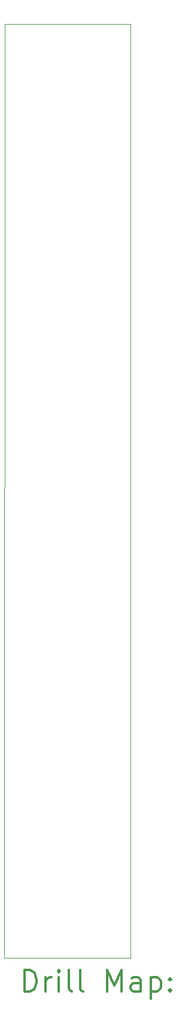
<source format=gbr>
%FSLAX45Y45*%
G04 Gerber Fmt 4.5, Leading zero omitted, Abs format (unit mm)*
G04 Created by KiCad (PCBNEW (5.1.10-1-10_14)) date 2021-11-01 16:25:49*
%MOMM*%
%LPD*%
G01*
G04 APERTURE LIST*
%TA.AperFunction,Profile*%
%ADD10C,0.050000*%
%TD*%
%ADD11C,0.200000*%
%ADD12C,0.300000*%
G04 APERTURE END LIST*
D10*
X10414000Y-15199360D02*
X10414000Y-2032000D01*
X8628380Y-15199360D02*
X10414000Y-15199360D01*
X8636000Y-2032000D02*
X8628380Y-15199360D01*
X10414000Y-2032000D02*
X8636000Y-2032000D01*
D11*
D12*
X8912308Y-15667574D02*
X8912308Y-15367574D01*
X8983737Y-15367574D01*
X9026594Y-15381860D01*
X9055166Y-15410431D01*
X9069451Y-15439003D01*
X9083737Y-15496146D01*
X9083737Y-15539003D01*
X9069451Y-15596146D01*
X9055166Y-15624717D01*
X9026594Y-15653289D01*
X8983737Y-15667574D01*
X8912308Y-15667574D01*
X9212308Y-15667574D02*
X9212308Y-15467574D01*
X9212308Y-15524717D02*
X9226594Y-15496146D01*
X9240880Y-15481860D01*
X9269451Y-15467574D01*
X9298023Y-15467574D01*
X9398023Y-15667574D02*
X9398023Y-15467574D01*
X9398023Y-15367574D02*
X9383737Y-15381860D01*
X9398023Y-15396146D01*
X9412308Y-15381860D01*
X9398023Y-15367574D01*
X9398023Y-15396146D01*
X9583737Y-15667574D02*
X9555166Y-15653289D01*
X9540880Y-15624717D01*
X9540880Y-15367574D01*
X9740880Y-15667574D02*
X9712308Y-15653289D01*
X9698023Y-15624717D01*
X9698023Y-15367574D01*
X10083737Y-15667574D02*
X10083737Y-15367574D01*
X10183737Y-15581860D01*
X10283737Y-15367574D01*
X10283737Y-15667574D01*
X10555166Y-15667574D02*
X10555166Y-15510431D01*
X10540880Y-15481860D01*
X10512308Y-15467574D01*
X10455166Y-15467574D01*
X10426594Y-15481860D01*
X10555166Y-15653289D02*
X10526594Y-15667574D01*
X10455166Y-15667574D01*
X10426594Y-15653289D01*
X10412308Y-15624717D01*
X10412308Y-15596146D01*
X10426594Y-15567574D01*
X10455166Y-15553289D01*
X10526594Y-15553289D01*
X10555166Y-15539003D01*
X10698023Y-15467574D02*
X10698023Y-15767574D01*
X10698023Y-15481860D02*
X10726594Y-15467574D01*
X10783737Y-15467574D01*
X10812308Y-15481860D01*
X10826594Y-15496146D01*
X10840880Y-15524717D01*
X10840880Y-15610431D01*
X10826594Y-15639003D01*
X10812308Y-15653289D01*
X10783737Y-15667574D01*
X10726594Y-15667574D01*
X10698023Y-15653289D01*
X10969451Y-15639003D02*
X10983737Y-15653289D01*
X10969451Y-15667574D01*
X10955166Y-15653289D01*
X10969451Y-15639003D01*
X10969451Y-15667574D01*
X10969451Y-15481860D02*
X10983737Y-15496146D01*
X10969451Y-15510431D01*
X10955166Y-15496146D01*
X10969451Y-15481860D01*
X10969451Y-15510431D01*
M02*

</source>
